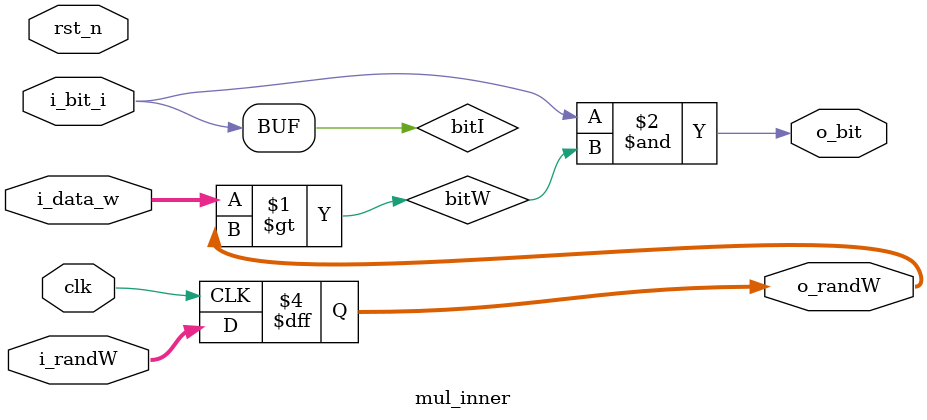
<source format=sv>
`ifndef _mul_inner_
`define _mul_inner_

module mul_inner #(
    parameter WIDTH=8
) (
    input logic clk,
    input logic rst_n,
    input logic i_bit_i,
    input logic [WIDTH-2 : 0] i_data_w,
    input logic [WIDTH-2 : 0] i_randW,
    output logic [WIDTH-2 : 0] o_randW,
    output logic o_bit
);

    logic bitI;
    logic bitW;
    
    assign bitI = i_bit_i;

    assign bitW = i_data_w > o_randW;

    assign o_bit = bitI & bitW;

    always_ff @(posedge clk) begin : buf_randW
        o_randW <= i_randW;
    end

endmodule

`endif
</source>
